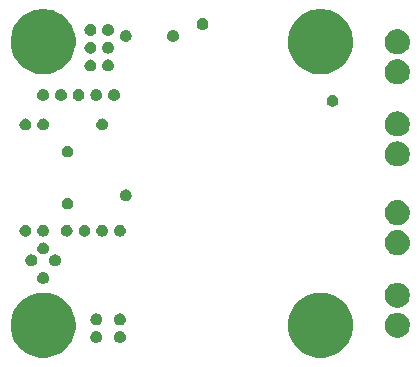
<source format=gbr>
G04 #@! TF.GenerationSoftware,KiCad,Pcbnew,(5.1.4)-1*
G04 #@! TF.CreationDate,2019-10-26T12:02:25-04:00*
G04 #@! TF.ProjectId,solar_NiMH_emulation,736f6c61-725f-44e6-994d-485f656d756c,rev?*
G04 #@! TF.SameCoordinates,Original*
G04 #@! TF.FileFunction,Soldermask,Bot*
G04 #@! TF.FilePolarity,Negative*
%FSLAX46Y46*%
G04 Gerber Fmt 4.6, Leading zero omitted, Abs format (unit mm)*
G04 Created by KiCad (PCBNEW (5.1.4)-1) date 2019-10-26 12:02:25*
%MOMM*%
%LPD*%
G04 APERTURE LIST*
%ADD10C,0.100000*%
G04 APERTURE END LIST*
D10*
G36*
X142036694Y-114301860D02*
G01*
X142302437Y-114354719D01*
X142803087Y-114562095D01*
X142983561Y-114682684D01*
X143253660Y-114863158D01*
X143636842Y-115246340D01*
X143739678Y-115400246D01*
X143937905Y-115696913D01*
X144145281Y-116197563D01*
X144170362Y-116323654D01*
X144234508Y-116646136D01*
X144251000Y-116729050D01*
X144251000Y-117270950D01*
X144145281Y-117802437D01*
X143937905Y-118303087D01*
X143880398Y-118389152D01*
X143636842Y-118753660D01*
X143253660Y-119136842D01*
X142983561Y-119317316D01*
X142803087Y-119437905D01*
X142302437Y-119645281D01*
X142036694Y-119698140D01*
X141770951Y-119751000D01*
X141229049Y-119751000D01*
X140963306Y-119698140D01*
X140697563Y-119645281D01*
X140196913Y-119437905D01*
X140016439Y-119317316D01*
X139746340Y-119136842D01*
X139363158Y-118753660D01*
X139119602Y-118389152D01*
X139062095Y-118303087D01*
X138854719Y-117802437D01*
X138749000Y-117270950D01*
X138749000Y-116729050D01*
X138765493Y-116646136D01*
X138829638Y-116323654D01*
X138854719Y-116197563D01*
X139062095Y-115696913D01*
X139260322Y-115400246D01*
X139363158Y-115246340D01*
X139746340Y-114863158D01*
X140016439Y-114682684D01*
X140196913Y-114562095D01*
X140697563Y-114354719D01*
X140963306Y-114301860D01*
X141229049Y-114249000D01*
X141770951Y-114249000D01*
X142036694Y-114301860D01*
X142036694Y-114301860D01*
G37*
G36*
X118536694Y-114301860D02*
G01*
X118802437Y-114354719D01*
X119303087Y-114562095D01*
X119483561Y-114682684D01*
X119753660Y-114863158D01*
X120136842Y-115246340D01*
X120239678Y-115400246D01*
X120437905Y-115696913D01*
X120645281Y-116197563D01*
X120670362Y-116323654D01*
X120734508Y-116646136D01*
X120751000Y-116729050D01*
X120751000Y-117270950D01*
X120645281Y-117802437D01*
X120437905Y-118303087D01*
X120380398Y-118389152D01*
X120136842Y-118753660D01*
X119753660Y-119136842D01*
X119483561Y-119317316D01*
X119303087Y-119437905D01*
X118802437Y-119645281D01*
X118536694Y-119698140D01*
X118270951Y-119751000D01*
X117729049Y-119751000D01*
X117463306Y-119698140D01*
X117197563Y-119645281D01*
X116696913Y-119437905D01*
X116516439Y-119317316D01*
X116246340Y-119136842D01*
X115863158Y-118753660D01*
X115619602Y-118389152D01*
X115562095Y-118303087D01*
X115354719Y-117802437D01*
X115249000Y-117270950D01*
X115249000Y-116729050D01*
X115265493Y-116646136D01*
X115329638Y-116323654D01*
X115354719Y-116197563D01*
X115562095Y-115696913D01*
X115760322Y-115400246D01*
X115863158Y-115246340D01*
X116246340Y-114863158D01*
X116516439Y-114682684D01*
X116696913Y-114562095D01*
X117197563Y-114354719D01*
X117463306Y-114301860D01*
X117729049Y-114249000D01*
X118270951Y-114249000D01*
X118536694Y-114301860D01*
X118536694Y-114301860D01*
G37*
G36*
X122567302Y-117502572D02*
G01*
X122646136Y-117518253D01*
X122683902Y-117533896D01*
X122737311Y-117556019D01*
X122737312Y-117556020D01*
X122819369Y-117610848D01*
X122889152Y-117680631D01*
X122889153Y-117680633D01*
X122943981Y-117762689D01*
X122981747Y-117853865D01*
X123001000Y-117950655D01*
X123001000Y-118049345D01*
X122981747Y-118146135D01*
X122943981Y-118237311D01*
X122943980Y-118237312D01*
X122889152Y-118319369D01*
X122819369Y-118389152D01*
X122778062Y-118416752D01*
X122737311Y-118443981D01*
X122683902Y-118466104D01*
X122646136Y-118481747D01*
X122597740Y-118491374D01*
X122549345Y-118501000D01*
X122450655Y-118501000D01*
X122402260Y-118491374D01*
X122353864Y-118481747D01*
X122316098Y-118466104D01*
X122262689Y-118443981D01*
X122221938Y-118416752D01*
X122180631Y-118389152D01*
X122110848Y-118319369D01*
X122056020Y-118237312D01*
X122056019Y-118237311D01*
X122018253Y-118146135D01*
X121999000Y-118049345D01*
X121999000Y-117950655D01*
X122018253Y-117853865D01*
X122056019Y-117762689D01*
X122110847Y-117680633D01*
X122110848Y-117680631D01*
X122180631Y-117610848D01*
X122262688Y-117556020D01*
X122262689Y-117556019D01*
X122316098Y-117533896D01*
X122353864Y-117518253D01*
X122432698Y-117502572D01*
X122450655Y-117499000D01*
X122549345Y-117499000D01*
X122567302Y-117502572D01*
X122567302Y-117502572D01*
G37*
G36*
X124567302Y-117502572D02*
G01*
X124646136Y-117518253D01*
X124683902Y-117533896D01*
X124737311Y-117556019D01*
X124737312Y-117556020D01*
X124819369Y-117610848D01*
X124889152Y-117680631D01*
X124889153Y-117680633D01*
X124943981Y-117762689D01*
X124981747Y-117853865D01*
X125001000Y-117950655D01*
X125001000Y-118049345D01*
X124981747Y-118146135D01*
X124943981Y-118237311D01*
X124943980Y-118237312D01*
X124889152Y-118319369D01*
X124819369Y-118389152D01*
X124778062Y-118416752D01*
X124737311Y-118443981D01*
X124683902Y-118466104D01*
X124646136Y-118481747D01*
X124597740Y-118491374D01*
X124549345Y-118501000D01*
X124450655Y-118501000D01*
X124402260Y-118491374D01*
X124353864Y-118481747D01*
X124316098Y-118466104D01*
X124262689Y-118443981D01*
X124221938Y-118416752D01*
X124180631Y-118389152D01*
X124110848Y-118319369D01*
X124056020Y-118237312D01*
X124056019Y-118237311D01*
X124018253Y-118146135D01*
X123999000Y-118049345D01*
X123999000Y-117950655D01*
X124018253Y-117853865D01*
X124056019Y-117762689D01*
X124110847Y-117680633D01*
X124110848Y-117680631D01*
X124180631Y-117610848D01*
X124262688Y-117556020D01*
X124262689Y-117556019D01*
X124316098Y-117533896D01*
X124353864Y-117518253D01*
X124432698Y-117502572D01*
X124450655Y-117499000D01*
X124549345Y-117499000D01*
X124567302Y-117502572D01*
X124567302Y-117502572D01*
G37*
G36*
X148241154Y-115966182D02*
G01*
X148309482Y-115979773D01*
X148402380Y-116018253D01*
X148502573Y-116059754D01*
X148676346Y-116175865D01*
X148824135Y-116323654D01*
X148940246Y-116497427D01*
X148961751Y-116549345D01*
X149020227Y-116690518D01*
X149029535Y-116737312D01*
X149061000Y-116895499D01*
X149061000Y-117104501D01*
X149020227Y-117309481D01*
X148940246Y-117502573D01*
X148824135Y-117676346D01*
X148676346Y-117824135D01*
X148502573Y-117940246D01*
X148406027Y-117980237D01*
X148309482Y-118020227D01*
X148241154Y-118033818D01*
X148104501Y-118061000D01*
X147895499Y-118061000D01*
X147758846Y-118033818D01*
X147690518Y-118020227D01*
X147593973Y-117980237D01*
X147497427Y-117940246D01*
X147323654Y-117824135D01*
X147175865Y-117676346D01*
X147059754Y-117502573D01*
X146979773Y-117309481D01*
X146939000Y-117104501D01*
X146939000Y-116895499D01*
X146970465Y-116737312D01*
X146979773Y-116690518D01*
X147038249Y-116549345D01*
X147059754Y-116497427D01*
X147175865Y-116323654D01*
X147323654Y-116175865D01*
X147497427Y-116059754D01*
X147597620Y-116018253D01*
X147690518Y-115979773D01*
X147758846Y-115966182D01*
X147895499Y-115939000D01*
X148104501Y-115939000D01*
X148241154Y-115966182D01*
X148241154Y-115966182D01*
G37*
G36*
X124597740Y-116008627D02*
G01*
X124646136Y-116018253D01*
X124683902Y-116033896D01*
X124737311Y-116056019D01*
X124778062Y-116083248D01*
X124819369Y-116110848D01*
X124889152Y-116180631D01*
X124889153Y-116180633D01*
X124943981Y-116262689D01*
X124966104Y-116316098D01*
X124969233Y-116323652D01*
X124981747Y-116353865D01*
X125001000Y-116450655D01*
X125001000Y-116549345D01*
X124981747Y-116646135D01*
X124943981Y-116737311D01*
X124943980Y-116737312D01*
X124889152Y-116819369D01*
X124819369Y-116889152D01*
X124809870Y-116895499D01*
X124737311Y-116943981D01*
X124683902Y-116966104D01*
X124646136Y-116981747D01*
X124597740Y-116991374D01*
X124549345Y-117001000D01*
X124450655Y-117001000D01*
X124402260Y-116991374D01*
X124353864Y-116981747D01*
X124316098Y-116966104D01*
X124262689Y-116943981D01*
X124190130Y-116895499D01*
X124180631Y-116889152D01*
X124110848Y-116819369D01*
X124056020Y-116737312D01*
X124056019Y-116737311D01*
X124018253Y-116646135D01*
X123999000Y-116549345D01*
X123999000Y-116450655D01*
X124018253Y-116353865D01*
X124030768Y-116323652D01*
X124033896Y-116316098D01*
X124056019Y-116262689D01*
X124110847Y-116180633D01*
X124110848Y-116180631D01*
X124180631Y-116110848D01*
X124221938Y-116083248D01*
X124262689Y-116056019D01*
X124316098Y-116033896D01*
X124353864Y-116018253D01*
X124402260Y-116008627D01*
X124450655Y-115999000D01*
X124549345Y-115999000D01*
X124597740Y-116008627D01*
X124597740Y-116008627D01*
G37*
G36*
X122597740Y-116008627D02*
G01*
X122646136Y-116018253D01*
X122683902Y-116033896D01*
X122737311Y-116056019D01*
X122778062Y-116083248D01*
X122819369Y-116110848D01*
X122889152Y-116180631D01*
X122889153Y-116180633D01*
X122943981Y-116262689D01*
X122966104Y-116316098D01*
X122969233Y-116323652D01*
X122981747Y-116353865D01*
X123001000Y-116450655D01*
X123001000Y-116549345D01*
X122981747Y-116646135D01*
X122943981Y-116737311D01*
X122943980Y-116737312D01*
X122889152Y-116819369D01*
X122819369Y-116889152D01*
X122809870Y-116895499D01*
X122737311Y-116943981D01*
X122683902Y-116966104D01*
X122646136Y-116981747D01*
X122597740Y-116991374D01*
X122549345Y-117001000D01*
X122450655Y-117001000D01*
X122402260Y-116991374D01*
X122353864Y-116981747D01*
X122316098Y-116966104D01*
X122262689Y-116943981D01*
X122190130Y-116895499D01*
X122180631Y-116889152D01*
X122110848Y-116819369D01*
X122056020Y-116737312D01*
X122056019Y-116737311D01*
X122018253Y-116646135D01*
X121999000Y-116549345D01*
X121999000Y-116450655D01*
X122018253Y-116353865D01*
X122030768Y-116323652D01*
X122033896Y-116316098D01*
X122056019Y-116262689D01*
X122110847Y-116180633D01*
X122110848Y-116180631D01*
X122180631Y-116110848D01*
X122221938Y-116083248D01*
X122262689Y-116056019D01*
X122316098Y-116033896D01*
X122353864Y-116018253D01*
X122402260Y-116008627D01*
X122450655Y-115999000D01*
X122549345Y-115999000D01*
X122597740Y-116008627D01*
X122597740Y-116008627D01*
G37*
G36*
X148241154Y-113426182D02*
G01*
X148309482Y-113439773D01*
X148406027Y-113479763D01*
X148502573Y-113519754D01*
X148676346Y-113635865D01*
X148824135Y-113783654D01*
X148940246Y-113957427D01*
X149020227Y-114150519D01*
X149061000Y-114355499D01*
X149061000Y-114564501D01*
X149020227Y-114769481D01*
X148940246Y-114962573D01*
X148824135Y-115136346D01*
X148676346Y-115284135D01*
X148502573Y-115400246D01*
X148406027Y-115440236D01*
X148309482Y-115480227D01*
X148241154Y-115493818D01*
X148104501Y-115521000D01*
X147895499Y-115521000D01*
X147758846Y-115493818D01*
X147690518Y-115480227D01*
X147593973Y-115440236D01*
X147497427Y-115400246D01*
X147323654Y-115284135D01*
X147175865Y-115136346D01*
X147059754Y-114962573D01*
X146979773Y-114769481D01*
X146939000Y-114564501D01*
X146939000Y-114355499D01*
X146979773Y-114150519D01*
X147059754Y-113957427D01*
X147175865Y-113783654D01*
X147323654Y-113635865D01*
X147497427Y-113519754D01*
X147593973Y-113479763D01*
X147690518Y-113439773D01*
X147758846Y-113426182D01*
X147895499Y-113399000D01*
X148104501Y-113399000D01*
X148241154Y-113426182D01*
X148241154Y-113426182D01*
G37*
G36*
X118097740Y-112508627D02*
G01*
X118146136Y-112518253D01*
X118183902Y-112533896D01*
X118237311Y-112556019D01*
X118237312Y-112556020D01*
X118319369Y-112610848D01*
X118389152Y-112680631D01*
X118389153Y-112680633D01*
X118443981Y-112762689D01*
X118481747Y-112853865D01*
X118501000Y-112950655D01*
X118501000Y-113049345D01*
X118481747Y-113146135D01*
X118443981Y-113237311D01*
X118443980Y-113237312D01*
X118389152Y-113319369D01*
X118319369Y-113389152D01*
X118304630Y-113399000D01*
X118237311Y-113443981D01*
X118183902Y-113466104D01*
X118146136Y-113481747D01*
X118097740Y-113491373D01*
X118049345Y-113501000D01*
X117950655Y-113501000D01*
X117902260Y-113491373D01*
X117853864Y-113481747D01*
X117816098Y-113466104D01*
X117762689Y-113443981D01*
X117695370Y-113399000D01*
X117680631Y-113389152D01*
X117610848Y-113319369D01*
X117556020Y-113237312D01*
X117556019Y-113237311D01*
X117518253Y-113146135D01*
X117499000Y-113049345D01*
X117499000Y-112950655D01*
X117518253Y-112853865D01*
X117556019Y-112762689D01*
X117610847Y-112680633D01*
X117610848Y-112680631D01*
X117680631Y-112610848D01*
X117762688Y-112556020D01*
X117762689Y-112556019D01*
X117816098Y-112533896D01*
X117853864Y-112518253D01*
X117902260Y-112508627D01*
X117950655Y-112499000D01*
X118049345Y-112499000D01*
X118097740Y-112508627D01*
X118097740Y-112508627D01*
G37*
G36*
X119097740Y-111008626D02*
G01*
X119146136Y-111018253D01*
X119183902Y-111033896D01*
X119237311Y-111056019D01*
X119278062Y-111083248D01*
X119319369Y-111110848D01*
X119389152Y-111180631D01*
X119389153Y-111180633D01*
X119443981Y-111262689D01*
X119481747Y-111353865D01*
X119501000Y-111450655D01*
X119501000Y-111549345D01*
X119481747Y-111646135D01*
X119443981Y-111737311D01*
X119443980Y-111737312D01*
X119389152Y-111819369D01*
X119319369Y-111889152D01*
X119278062Y-111916752D01*
X119237311Y-111943981D01*
X119183902Y-111966104D01*
X119146136Y-111981747D01*
X119097740Y-111991373D01*
X119049345Y-112001000D01*
X118950655Y-112001000D01*
X118902260Y-111991373D01*
X118853864Y-111981747D01*
X118816098Y-111966104D01*
X118762689Y-111943981D01*
X118721938Y-111916752D01*
X118680631Y-111889152D01*
X118610848Y-111819369D01*
X118556020Y-111737312D01*
X118556019Y-111737311D01*
X118518253Y-111646135D01*
X118499000Y-111549345D01*
X118499000Y-111450655D01*
X118518253Y-111353865D01*
X118556019Y-111262689D01*
X118610847Y-111180633D01*
X118610848Y-111180631D01*
X118680631Y-111110848D01*
X118721938Y-111083248D01*
X118762689Y-111056019D01*
X118816098Y-111033896D01*
X118853864Y-111018253D01*
X118902260Y-111008626D01*
X118950655Y-110999000D01*
X119049345Y-110999000D01*
X119097740Y-111008626D01*
X119097740Y-111008626D01*
G37*
G36*
X117097740Y-111008626D02*
G01*
X117146136Y-111018253D01*
X117183902Y-111033896D01*
X117237311Y-111056019D01*
X117278062Y-111083248D01*
X117319369Y-111110848D01*
X117389152Y-111180631D01*
X117389153Y-111180633D01*
X117443981Y-111262689D01*
X117481747Y-111353865D01*
X117501000Y-111450655D01*
X117501000Y-111549345D01*
X117481747Y-111646135D01*
X117443981Y-111737311D01*
X117443980Y-111737312D01*
X117389152Y-111819369D01*
X117319369Y-111889152D01*
X117278062Y-111916752D01*
X117237311Y-111943981D01*
X117183902Y-111966104D01*
X117146136Y-111981747D01*
X117097740Y-111991373D01*
X117049345Y-112001000D01*
X116950655Y-112001000D01*
X116902260Y-111991373D01*
X116853864Y-111981747D01*
X116816098Y-111966104D01*
X116762689Y-111943981D01*
X116721938Y-111916752D01*
X116680631Y-111889152D01*
X116610848Y-111819369D01*
X116556020Y-111737312D01*
X116556019Y-111737311D01*
X116518253Y-111646135D01*
X116499000Y-111549345D01*
X116499000Y-111450655D01*
X116518253Y-111353865D01*
X116556019Y-111262689D01*
X116610847Y-111180633D01*
X116610848Y-111180631D01*
X116680631Y-111110848D01*
X116721938Y-111083248D01*
X116762689Y-111056019D01*
X116816098Y-111033896D01*
X116853864Y-111018253D01*
X116902260Y-111008626D01*
X116950655Y-110999000D01*
X117049345Y-110999000D01*
X117097740Y-111008626D01*
X117097740Y-111008626D01*
G37*
G36*
X148241154Y-108966182D02*
G01*
X148309482Y-108979773D01*
X148406027Y-109019763D01*
X148502573Y-109059754D01*
X148676346Y-109175865D01*
X148824135Y-109323654D01*
X148940246Y-109497427D01*
X149020227Y-109690519D01*
X149061000Y-109895499D01*
X149061000Y-110104501D01*
X149045857Y-110180631D01*
X149029535Y-110262689D01*
X149020227Y-110309481D01*
X148940246Y-110502573D01*
X148824135Y-110676346D01*
X148676346Y-110824135D01*
X148502573Y-110940246D01*
X148406027Y-110980237D01*
X148309482Y-111020227D01*
X148241154Y-111033818D01*
X148104501Y-111061000D01*
X147895499Y-111061000D01*
X147758846Y-111033818D01*
X147690518Y-111020227D01*
X147593973Y-110980237D01*
X147497427Y-110940246D01*
X147323654Y-110824135D01*
X147175865Y-110676346D01*
X147059754Y-110502573D01*
X146979773Y-110309481D01*
X146970466Y-110262689D01*
X146954143Y-110180631D01*
X146939000Y-110104501D01*
X146939000Y-109895499D01*
X146979773Y-109690519D01*
X147059754Y-109497427D01*
X147175865Y-109323654D01*
X147323654Y-109175865D01*
X147497427Y-109059754D01*
X147593973Y-109019763D01*
X147690518Y-108979773D01*
X147758846Y-108966182D01*
X147895499Y-108939000D01*
X148104501Y-108939000D01*
X148241154Y-108966182D01*
X148241154Y-108966182D01*
G37*
G36*
X118097740Y-110008626D02*
G01*
X118146136Y-110018253D01*
X118183902Y-110033896D01*
X118237311Y-110056019D01*
X118237312Y-110056020D01*
X118319369Y-110110848D01*
X118389152Y-110180631D01*
X118389153Y-110180633D01*
X118443981Y-110262689D01*
X118463363Y-110309481D01*
X118481747Y-110353864D01*
X118501000Y-110450656D01*
X118501000Y-110549344D01*
X118481747Y-110646136D01*
X118466104Y-110683902D01*
X118443981Y-110737311D01*
X118443980Y-110737312D01*
X118389152Y-110819369D01*
X118319369Y-110889152D01*
X118278062Y-110916752D01*
X118237311Y-110943981D01*
X118183902Y-110966104D01*
X118146136Y-110981747D01*
X118097740Y-110991373D01*
X118049345Y-111001000D01*
X117950655Y-111001000D01*
X117902260Y-110991373D01*
X117853864Y-110981747D01*
X117816098Y-110966104D01*
X117762689Y-110943981D01*
X117721938Y-110916752D01*
X117680631Y-110889152D01*
X117610848Y-110819369D01*
X117556020Y-110737312D01*
X117556019Y-110737311D01*
X117533896Y-110683902D01*
X117518253Y-110646136D01*
X117499000Y-110549344D01*
X117499000Y-110450656D01*
X117518253Y-110353864D01*
X117536637Y-110309481D01*
X117556019Y-110262689D01*
X117610847Y-110180633D01*
X117610848Y-110180631D01*
X117680631Y-110110848D01*
X117762688Y-110056020D01*
X117762689Y-110056019D01*
X117816098Y-110033896D01*
X117853864Y-110018253D01*
X117902260Y-110008626D01*
X117950655Y-109999000D01*
X118049345Y-109999000D01*
X118097740Y-110008626D01*
X118097740Y-110008626D01*
G37*
G36*
X123097740Y-108508626D02*
G01*
X123146136Y-108518253D01*
X123183902Y-108533896D01*
X123237311Y-108556019D01*
X123237312Y-108556020D01*
X123319369Y-108610848D01*
X123389152Y-108680631D01*
X123389153Y-108680633D01*
X123443981Y-108762689D01*
X123481747Y-108853865D01*
X123501000Y-108950655D01*
X123501000Y-109049345D01*
X123481747Y-109146135D01*
X123443981Y-109237311D01*
X123443980Y-109237312D01*
X123389152Y-109319369D01*
X123319369Y-109389152D01*
X123278062Y-109416752D01*
X123237311Y-109443981D01*
X123183902Y-109466104D01*
X123146136Y-109481747D01*
X123097740Y-109491374D01*
X123049345Y-109501000D01*
X122950655Y-109501000D01*
X122902260Y-109491374D01*
X122853864Y-109481747D01*
X122816098Y-109466104D01*
X122762689Y-109443981D01*
X122721938Y-109416752D01*
X122680631Y-109389152D01*
X122610848Y-109319369D01*
X122556020Y-109237312D01*
X122556019Y-109237311D01*
X122518253Y-109146135D01*
X122499000Y-109049345D01*
X122499000Y-108950655D01*
X122518253Y-108853865D01*
X122556019Y-108762689D01*
X122610847Y-108680633D01*
X122610848Y-108680631D01*
X122680631Y-108610848D01*
X122762688Y-108556020D01*
X122762689Y-108556019D01*
X122816098Y-108533896D01*
X122853864Y-108518253D01*
X122902260Y-108508626D01*
X122950655Y-108499000D01*
X123049345Y-108499000D01*
X123097740Y-108508626D01*
X123097740Y-108508626D01*
G37*
G36*
X118097740Y-108508626D02*
G01*
X118146136Y-108518253D01*
X118183902Y-108533896D01*
X118237311Y-108556019D01*
X118237312Y-108556020D01*
X118319369Y-108610848D01*
X118389152Y-108680631D01*
X118389153Y-108680633D01*
X118443981Y-108762689D01*
X118481747Y-108853865D01*
X118501000Y-108950655D01*
X118501000Y-109049345D01*
X118481747Y-109146135D01*
X118443981Y-109237311D01*
X118443980Y-109237312D01*
X118389152Y-109319369D01*
X118319369Y-109389152D01*
X118278062Y-109416752D01*
X118237311Y-109443981D01*
X118183902Y-109466104D01*
X118146136Y-109481747D01*
X118097740Y-109491374D01*
X118049345Y-109501000D01*
X117950655Y-109501000D01*
X117902260Y-109491374D01*
X117853864Y-109481747D01*
X117816098Y-109466104D01*
X117762689Y-109443981D01*
X117721938Y-109416752D01*
X117680631Y-109389152D01*
X117610848Y-109319369D01*
X117556020Y-109237312D01*
X117556019Y-109237311D01*
X117518253Y-109146135D01*
X117499000Y-109049345D01*
X117499000Y-108950655D01*
X117518253Y-108853865D01*
X117556019Y-108762689D01*
X117610847Y-108680633D01*
X117610848Y-108680631D01*
X117680631Y-108610848D01*
X117762688Y-108556020D01*
X117762689Y-108556019D01*
X117816098Y-108533896D01*
X117853864Y-108518253D01*
X117902260Y-108508626D01*
X117950655Y-108499000D01*
X118049345Y-108499000D01*
X118097740Y-108508626D01*
X118097740Y-108508626D01*
G37*
G36*
X124597740Y-108508626D02*
G01*
X124646136Y-108518253D01*
X124683902Y-108533896D01*
X124737311Y-108556019D01*
X124737312Y-108556020D01*
X124819369Y-108610848D01*
X124889152Y-108680631D01*
X124889153Y-108680633D01*
X124943981Y-108762689D01*
X124981747Y-108853865D01*
X125001000Y-108950655D01*
X125001000Y-109049345D01*
X124981747Y-109146135D01*
X124943981Y-109237311D01*
X124943980Y-109237312D01*
X124889152Y-109319369D01*
X124819369Y-109389152D01*
X124778062Y-109416752D01*
X124737311Y-109443981D01*
X124683902Y-109466104D01*
X124646136Y-109481747D01*
X124597740Y-109491374D01*
X124549345Y-109501000D01*
X124450655Y-109501000D01*
X124402260Y-109491374D01*
X124353864Y-109481747D01*
X124316098Y-109466104D01*
X124262689Y-109443981D01*
X124221938Y-109416752D01*
X124180631Y-109389152D01*
X124110848Y-109319369D01*
X124056020Y-109237312D01*
X124056019Y-109237311D01*
X124018253Y-109146135D01*
X123999000Y-109049345D01*
X123999000Y-108950655D01*
X124018253Y-108853865D01*
X124056019Y-108762689D01*
X124110847Y-108680633D01*
X124110848Y-108680631D01*
X124180631Y-108610848D01*
X124262688Y-108556020D01*
X124262689Y-108556019D01*
X124316098Y-108533896D01*
X124353864Y-108518253D01*
X124402260Y-108508626D01*
X124450655Y-108499000D01*
X124549345Y-108499000D01*
X124597740Y-108508626D01*
X124597740Y-108508626D01*
G37*
G36*
X120097740Y-108508626D02*
G01*
X120146136Y-108518253D01*
X120183902Y-108533896D01*
X120237311Y-108556019D01*
X120237312Y-108556020D01*
X120319369Y-108610848D01*
X120389152Y-108680631D01*
X120389153Y-108680633D01*
X120443981Y-108762689D01*
X120481747Y-108853865D01*
X120501000Y-108950655D01*
X120501000Y-109049345D01*
X120481747Y-109146135D01*
X120443981Y-109237311D01*
X120443980Y-109237312D01*
X120389152Y-109319369D01*
X120319369Y-109389152D01*
X120278062Y-109416752D01*
X120237311Y-109443981D01*
X120183902Y-109466104D01*
X120146136Y-109481747D01*
X120097740Y-109491374D01*
X120049345Y-109501000D01*
X119950655Y-109501000D01*
X119902260Y-109491374D01*
X119853864Y-109481747D01*
X119816098Y-109466104D01*
X119762689Y-109443981D01*
X119721938Y-109416752D01*
X119680631Y-109389152D01*
X119610848Y-109319369D01*
X119556020Y-109237312D01*
X119556019Y-109237311D01*
X119518253Y-109146135D01*
X119499000Y-109049345D01*
X119499000Y-108950655D01*
X119518253Y-108853865D01*
X119556019Y-108762689D01*
X119610847Y-108680633D01*
X119610848Y-108680631D01*
X119680631Y-108610848D01*
X119762688Y-108556020D01*
X119762689Y-108556019D01*
X119816098Y-108533896D01*
X119853864Y-108518253D01*
X119902260Y-108508626D01*
X119950655Y-108499000D01*
X120049345Y-108499000D01*
X120097740Y-108508626D01*
X120097740Y-108508626D01*
G37*
G36*
X121597740Y-108508626D02*
G01*
X121646136Y-108518253D01*
X121683902Y-108533896D01*
X121737311Y-108556019D01*
X121737312Y-108556020D01*
X121819369Y-108610848D01*
X121889152Y-108680631D01*
X121889153Y-108680633D01*
X121943981Y-108762689D01*
X121981747Y-108853865D01*
X122001000Y-108950655D01*
X122001000Y-109049345D01*
X121981747Y-109146135D01*
X121943981Y-109237311D01*
X121943980Y-109237312D01*
X121889152Y-109319369D01*
X121819369Y-109389152D01*
X121778062Y-109416752D01*
X121737311Y-109443981D01*
X121683902Y-109466104D01*
X121646136Y-109481747D01*
X121597740Y-109491374D01*
X121549345Y-109501000D01*
X121450655Y-109501000D01*
X121402260Y-109491374D01*
X121353864Y-109481747D01*
X121316098Y-109466104D01*
X121262689Y-109443981D01*
X121221938Y-109416752D01*
X121180631Y-109389152D01*
X121110848Y-109319369D01*
X121056020Y-109237312D01*
X121056019Y-109237311D01*
X121018253Y-109146135D01*
X120999000Y-109049345D01*
X120999000Y-108950655D01*
X121018253Y-108853865D01*
X121056019Y-108762689D01*
X121110847Y-108680633D01*
X121110848Y-108680631D01*
X121180631Y-108610848D01*
X121262688Y-108556020D01*
X121262689Y-108556019D01*
X121316098Y-108533896D01*
X121353864Y-108518253D01*
X121402260Y-108508626D01*
X121450655Y-108499000D01*
X121549345Y-108499000D01*
X121597740Y-108508626D01*
X121597740Y-108508626D01*
G37*
G36*
X116597740Y-108508626D02*
G01*
X116646136Y-108518253D01*
X116683902Y-108533896D01*
X116737311Y-108556019D01*
X116737312Y-108556020D01*
X116819369Y-108610848D01*
X116889152Y-108680631D01*
X116889153Y-108680633D01*
X116943981Y-108762689D01*
X116981747Y-108853865D01*
X117001000Y-108950655D01*
X117001000Y-109049345D01*
X116981747Y-109146135D01*
X116943981Y-109237311D01*
X116943980Y-109237312D01*
X116889152Y-109319369D01*
X116819369Y-109389152D01*
X116778062Y-109416752D01*
X116737311Y-109443981D01*
X116683902Y-109466104D01*
X116646136Y-109481747D01*
X116597740Y-109491374D01*
X116549345Y-109501000D01*
X116450655Y-109501000D01*
X116402260Y-109491374D01*
X116353864Y-109481747D01*
X116316098Y-109466104D01*
X116262689Y-109443981D01*
X116221938Y-109416752D01*
X116180631Y-109389152D01*
X116110848Y-109319369D01*
X116056020Y-109237312D01*
X116056019Y-109237311D01*
X116018253Y-109146135D01*
X115999000Y-109049345D01*
X115999000Y-108950655D01*
X116018253Y-108853865D01*
X116056019Y-108762689D01*
X116110847Y-108680633D01*
X116110848Y-108680631D01*
X116180631Y-108610848D01*
X116262688Y-108556020D01*
X116262689Y-108556019D01*
X116316098Y-108533896D01*
X116353864Y-108518253D01*
X116402260Y-108508626D01*
X116450655Y-108499000D01*
X116549345Y-108499000D01*
X116597740Y-108508626D01*
X116597740Y-108508626D01*
G37*
G36*
X148241154Y-106426182D02*
G01*
X148309482Y-106439773D01*
X148406027Y-106479763D01*
X148502573Y-106519754D01*
X148676346Y-106635865D01*
X148824135Y-106783654D01*
X148940246Y-106957427D01*
X148940246Y-106957428D01*
X149017519Y-107143980D01*
X149020227Y-107150519D01*
X149061000Y-107355499D01*
X149061000Y-107564501D01*
X149020227Y-107769481D01*
X148940246Y-107962573D01*
X148824135Y-108136346D01*
X148676346Y-108284135D01*
X148502573Y-108400246D01*
X148406027Y-108440237D01*
X148309482Y-108480227D01*
X148241154Y-108493818D01*
X148104501Y-108521000D01*
X147895499Y-108521000D01*
X147758846Y-108493818D01*
X147690518Y-108480227D01*
X147593973Y-108440237D01*
X147497427Y-108400246D01*
X147323654Y-108284135D01*
X147175865Y-108136346D01*
X147059754Y-107962573D01*
X146979773Y-107769481D01*
X146939000Y-107564501D01*
X146939000Y-107355499D01*
X146979773Y-107150519D01*
X146982482Y-107143980D01*
X147059754Y-106957428D01*
X147059754Y-106957427D01*
X147175865Y-106783654D01*
X147323654Y-106635865D01*
X147497427Y-106519754D01*
X147593973Y-106479763D01*
X147690518Y-106439773D01*
X147758846Y-106426182D01*
X147895499Y-106399000D01*
X148104501Y-106399000D01*
X148241154Y-106426182D01*
X148241154Y-106426182D01*
G37*
G36*
X120166741Y-106208626D02*
G01*
X120215137Y-106218253D01*
X120252903Y-106233896D01*
X120306312Y-106256019D01*
X120306313Y-106256020D01*
X120388370Y-106310848D01*
X120458153Y-106380631D01*
X120485753Y-106421938D01*
X120512982Y-106462689D01*
X120550748Y-106553865D01*
X120570001Y-106650655D01*
X120570001Y-106749345D01*
X120550748Y-106846135D01*
X120512982Y-106937311D01*
X120512981Y-106937312D01*
X120458153Y-107019369D01*
X120388370Y-107089152D01*
X120347063Y-107116752D01*
X120306312Y-107143981D01*
X120252903Y-107166104D01*
X120215137Y-107181747D01*
X120166741Y-107191374D01*
X120118346Y-107201000D01*
X120019656Y-107201000D01*
X119971261Y-107191374D01*
X119922865Y-107181747D01*
X119885099Y-107166104D01*
X119831690Y-107143981D01*
X119790939Y-107116752D01*
X119749632Y-107089152D01*
X119679849Y-107019369D01*
X119625021Y-106937312D01*
X119625020Y-106937311D01*
X119587254Y-106846135D01*
X119568001Y-106749345D01*
X119568001Y-106650655D01*
X119587254Y-106553865D01*
X119625020Y-106462689D01*
X119652249Y-106421938D01*
X119679849Y-106380631D01*
X119749632Y-106310848D01*
X119831689Y-106256020D01*
X119831690Y-106256019D01*
X119885099Y-106233896D01*
X119922865Y-106218253D01*
X119971261Y-106208626D01*
X120019656Y-106199000D01*
X120118346Y-106199000D01*
X120166741Y-106208626D01*
X120166741Y-106208626D01*
G37*
G36*
X125097740Y-105508626D02*
G01*
X125146136Y-105518253D01*
X125183902Y-105533896D01*
X125237311Y-105556019D01*
X125237312Y-105556020D01*
X125319369Y-105610848D01*
X125389152Y-105680631D01*
X125389153Y-105680633D01*
X125443981Y-105762689D01*
X125481747Y-105853865D01*
X125501000Y-105950655D01*
X125501000Y-106049345D01*
X125481747Y-106146135D01*
X125443981Y-106237311D01*
X125443980Y-106237312D01*
X125389152Y-106319369D01*
X125319369Y-106389152D01*
X125304630Y-106399000D01*
X125237311Y-106443981D01*
X125192148Y-106462688D01*
X125146136Y-106481747D01*
X125097740Y-106491374D01*
X125049345Y-106501000D01*
X124950655Y-106501000D01*
X124902260Y-106491373D01*
X124853864Y-106481747D01*
X124807852Y-106462688D01*
X124762689Y-106443981D01*
X124695370Y-106399000D01*
X124680631Y-106389152D01*
X124610848Y-106319369D01*
X124556020Y-106237312D01*
X124556019Y-106237311D01*
X124518253Y-106146135D01*
X124499000Y-106049345D01*
X124499000Y-105950655D01*
X124518253Y-105853865D01*
X124556019Y-105762689D01*
X124610847Y-105680633D01*
X124610848Y-105680631D01*
X124680631Y-105610848D01*
X124762688Y-105556020D01*
X124762689Y-105556019D01*
X124816098Y-105533896D01*
X124853864Y-105518253D01*
X124902260Y-105508626D01*
X124950655Y-105499000D01*
X125049345Y-105499000D01*
X125097740Y-105508626D01*
X125097740Y-105508626D01*
G37*
G36*
X148241154Y-101466182D02*
G01*
X148309482Y-101479773D01*
X148406027Y-101519764D01*
X148502573Y-101559754D01*
X148676346Y-101675865D01*
X148824135Y-101823654D01*
X148940246Y-101997427D01*
X148940246Y-101997428D01*
X149005045Y-102153865D01*
X149020227Y-102190519D01*
X149061000Y-102395499D01*
X149061000Y-102604501D01*
X149020227Y-102809481D01*
X148940246Y-103002573D01*
X148824135Y-103176346D01*
X148676346Y-103324135D01*
X148502573Y-103440246D01*
X148406027Y-103480236D01*
X148309482Y-103520227D01*
X148241154Y-103533818D01*
X148104501Y-103561000D01*
X147895499Y-103561000D01*
X147758846Y-103533818D01*
X147690518Y-103520227D01*
X147593973Y-103480236D01*
X147497427Y-103440246D01*
X147323654Y-103324135D01*
X147175865Y-103176346D01*
X147059754Y-103002573D01*
X146979773Y-102809481D01*
X146939000Y-102604501D01*
X146939000Y-102395499D01*
X146979773Y-102190519D01*
X146994956Y-102153865D01*
X147059754Y-101997428D01*
X147059754Y-101997427D01*
X147175865Y-101823654D01*
X147323654Y-101675865D01*
X147497427Y-101559754D01*
X147593973Y-101519764D01*
X147690518Y-101479773D01*
X147758846Y-101466182D01*
X147895499Y-101439000D01*
X148104501Y-101439000D01*
X148241154Y-101466182D01*
X148241154Y-101466182D01*
G37*
G36*
X120166741Y-101808627D02*
G01*
X120215137Y-101818253D01*
X120252903Y-101833896D01*
X120306312Y-101856019D01*
X120306313Y-101856020D01*
X120388370Y-101910848D01*
X120458153Y-101980631D01*
X120469376Y-101997428D01*
X120512982Y-102062689D01*
X120550748Y-102153865D01*
X120570001Y-102250655D01*
X120570001Y-102349345D01*
X120550748Y-102446135D01*
X120512982Y-102537311D01*
X120512981Y-102537312D01*
X120458153Y-102619369D01*
X120388370Y-102689152D01*
X120347063Y-102716752D01*
X120306312Y-102743981D01*
X120252903Y-102766104D01*
X120215137Y-102781747D01*
X120166741Y-102791373D01*
X120118346Y-102801000D01*
X120019656Y-102801000D01*
X119971261Y-102791373D01*
X119922865Y-102781747D01*
X119885099Y-102766104D01*
X119831690Y-102743981D01*
X119790939Y-102716752D01*
X119749632Y-102689152D01*
X119679849Y-102619369D01*
X119625021Y-102537312D01*
X119625020Y-102537311D01*
X119587254Y-102446135D01*
X119568001Y-102349345D01*
X119568001Y-102250655D01*
X119587254Y-102153865D01*
X119625020Y-102062689D01*
X119668626Y-101997428D01*
X119679849Y-101980631D01*
X119749632Y-101910848D01*
X119831689Y-101856020D01*
X119831690Y-101856019D01*
X119885099Y-101833896D01*
X119922865Y-101818253D01*
X119971261Y-101808627D01*
X120019656Y-101799000D01*
X120118346Y-101799000D01*
X120166741Y-101808627D01*
X120166741Y-101808627D01*
G37*
G36*
X148241154Y-98926182D02*
G01*
X148309482Y-98939773D01*
X148406027Y-98979764D01*
X148502573Y-99019754D01*
X148676346Y-99135865D01*
X148824135Y-99283654D01*
X148940246Y-99457427D01*
X148940246Y-99457428D01*
X149003795Y-99610847D01*
X149020227Y-99650519D01*
X149061000Y-99855499D01*
X149061000Y-100064501D01*
X149020227Y-100269481D01*
X148940246Y-100462573D01*
X148824135Y-100636346D01*
X148676346Y-100784135D01*
X148502573Y-100900246D01*
X148406027Y-100940237D01*
X148309482Y-100980227D01*
X148241154Y-100993818D01*
X148104501Y-101021000D01*
X147895499Y-101021000D01*
X147758846Y-100993818D01*
X147690518Y-100980227D01*
X147593973Y-100940236D01*
X147497427Y-100900246D01*
X147323654Y-100784135D01*
X147175865Y-100636346D01*
X147059754Y-100462573D01*
X146979773Y-100269481D01*
X146939000Y-100064501D01*
X146939000Y-99855499D01*
X146979773Y-99650519D01*
X146996206Y-99610847D01*
X147059754Y-99457428D01*
X147059754Y-99457427D01*
X147175865Y-99283654D01*
X147323654Y-99135865D01*
X147497427Y-99019754D01*
X147593973Y-98979764D01*
X147690518Y-98939773D01*
X147758846Y-98926182D01*
X147895499Y-98899000D01*
X148104501Y-98899000D01*
X148241154Y-98926182D01*
X148241154Y-98926182D01*
G37*
G36*
X123097740Y-99508627D02*
G01*
X123146136Y-99518253D01*
X123183902Y-99533896D01*
X123237311Y-99556019D01*
X123237312Y-99556020D01*
X123319369Y-99610848D01*
X123389152Y-99680631D01*
X123389153Y-99680633D01*
X123443981Y-99762689D01*
X123466104Y-99816098D01*
X123481747Y-99853864D01*
X123491374Y-99902260D01*
X123501000Y-99950655D01*
X123501000Y-100049345D01*
X123481747Y-100146135D01*
X123443981Y-100237311D01*
X123443980Y-100237312D01*
X123389152Y-100319369D01*
X123319369Y-100389152D01*
X123278062Y-100416752D01*
X123237311Y-100443981D01*
X123183902Y-100466104D01*
X123146136Y-100481747D01*
X123097740Y-100491373D01*
X123049345Y-100501000D01*
X122950655Y-100501000D01*
X122902260Y-100491373D01*
X122853864Y-100481747D01*
X122816098Y-100466104D01*
X122762689Y-100443981D01*
X122721938Y-100416752D01*
X122680631Y-100389152D01*
X122610848Y-100319369D01*
X122556020Y-100237312D01*
X122556019Y-100237311D01*
X122518253Y-100146135D01*
X122499000Y-100049345D01*
X122499000Y-99950655D01*
X122508626Y-99902260D01*
X122518253Y-99853864D01*
X122533896Y-99816098D01*
X122556019Y-99762689D01*
X122610847Y-99680633D01*
X122610848Y-99680631D01*
X122680631Y-99610848D01*
X122762688Y-99556020D01*
X122762689Y-99556019D01*
X122816098Y-99533896D01*
X122853864Y-99518253D01*
X122902260Y-99508627D01*
X122950655Y-99499000D01*
X123049345Y-99499000D01*
X123097740Y-99508627D01*
X123097740Y-99508627D01*
G37*
G36*
X116597740Y-99508627D02*
G01*
X116646136Y-99518253D01*
X116683902Y-99533896D01*
X116737311Y-99556019D01*
X116737312Y-99556020D01*
X116819369Y-99610848D01*
X116889152Y-99680631D01*
X116889153Y-99680633D01*
X116943981Y-99762689D01*
X116966104Y-99816098D01*
X116981747Y-99853864D01*
X116991374Y-99902260D01*
X117001000Y-99950655D01*
X117001000Y-100049345D01*
X116981747Y-100146135D01*
X116943981Y-100237311D01*
X116943980Y-100237312D01*
X116889152Y-100319369D01*
X116819369Y-100389152D01*
X116778062Y-100416752D01*
X116737311Y-100443981D01*
X116683902Y-100466104D01*
X116646136Y-100481747D01*
X116597740Y-100491373D01*
X116549345Y-100501000D01*
X116450655Y-100501000D01*
X116402260Y-100491373D01*
X116353864Y-100481747D01*
X116316098Y-100466104D01*
X116262689Y-100443981D01*
X116221938Y-100416752D01*
X116180631Y-100389152D01*
X116110848Y-100319369D01*
X116056020Y-100237312D01*
X116056019Y-100237311D01*
X116018253Y-100146135D01*
X115999000Y-100049345D01*
X115999000Y-99950655D01*
X116008626Y-99902260D01*
X116018253Y-99853864D01*
X116033896Y-99816098D01*
X116056019Y-99762689D01*
X116110847Y-99680633D01*
X116110848Y-99680631D01*
X116180631Y-99610848D01*
X116262688Y-99556020D01*
X116262689Y-99556019D01*
X116316098Y-99533896D01*
X116353864Y-99518253D01*
X116402260Y-99508627D01*
X116450655Y-99499000D01*
X116549345Y-99499000D01*
X116597740Y-99508627D01*
X116597740Y-99508627D01*
G37*
G36*
X118097740Y-99508627D02*
G01*
X118146136Y-99518253D01*
X118183902Y-99533896D01*
X118237311Y-99556019D01*
X118237312Y-99556020D01*
X118319369Y-99610848D01*
X118389152Y-99680631D01*
X118389153Y-99680633D01*
X118443981Y-99762689D01*
X118466104Y-99816098D01*
X118481747Y-99853864D01*
X118491374Y-99902260D01*
X118501000Y-99950655D01*
X118501000Y-100049345D01*
X118481747Y-100146135D01*
X118443981Y-100237311D01*
X118443980Y-100237312D01*
X118389152Y-100319369D01*
X118319369Y-100389152D01*
X118278062Y-100416752D01*
X118237311Y-100443981D01*
X118183902Y-100466104D01*
X118146136Y-100481747D01*
X118097740Y-100491373D01*
X118049345Y-100501000D01*
X117950655Y-100501000D01*
X117902260Y-100491373D01*
X117853864Y-100481747D01*
X117816098Y-100466104D01*
X117762689Y-100443981D01*
X117721938Y-100416752D01*
X117680631Y-100389152D01*
X117610848Y-100319369D01*
X117556020Y-100237312D01*
X117556019Y-100237311D01*
X117518253Y-100146135D01*
X117499000Y-100049345D01*
X117499000Y-99950655D01*
X117508626Y-99902260D01*
X117518253Y-99853864D01*
X117533896Y-99816098D01*
X117556019Y-99762689D01*
X117610847Y-99680633D01*
X117610848Y-99680631D01*
X117680631Y-99610848D01*
X117762688Y-99556020D01*
X117762689Y-99556019D01*
X117816098Y-99533896D01*
X117853864Y-99518253D01*
X117902260Y-99508627D01*
X117950655Y-99499000D01*
X118049345Y-99499000D01*
X118097740Y-99508627D01*
X118097740Y-99508627D01*
G37*
G36*
X142597740Y-97508626D02*
G01*
X142646136Y-97518253D01*
X142683902Y-97533896D01*
X142737311Y-97556019D01*
X142737312Y-97556020D01*
X142819369Y-97610848D01*
X142889152Y-97680631D01*
X142889153Y-97680633D01*
X142943981Y-97762689D01*
X142981747Y-97853865D01*
X143001000Y-97950655D01*
X143001000Y-98049345D01*
X142981747Y-98146135D01*
X142943981Y-98237311D01*
X142943980Y-98237312D01*
X142889152Y-98319369D01*
X142819369Y-98389152D01*
X142778062Y-98416752D01*
X142737311Y-98443981D01*
X142683902Y-98466104D01*
X142646136Y-98481747D01*
X142597740Y-98491374D01*
X142549345Y-98501000D01*
X142450655Y-98501000D01*
X142402260Y-98491373D01*
X142353864Y-98481747D01*
X142316098Y-98466104D01*
X142262689Y-98443981D01*
X142221938Y-98416752D01*
X142180631Y-98389152D01*
X142110848Y-98319369D01*
X142056020Y-98237312D01*
X142056019Y-98237311D01*
X142018253Y-98146135D01*
X141999000Y-98049345D01*
X141999000Y-97950655D01*
X142018253Y-97853865D01*
X142056019Y-97762689D01*
X142110847Y-97680633D01*
X142110848Y-97680631D01*
X142180631Y-97610848D01*
X142262688Y-97556020D01*
X142262689Y-97556019D01*
X142316098Y-97533896D01*
X142353864Y-97518253D01*
X142402260Y-97508626D01*
X142450655Y-97499000D01*
X142549345Y-97499000D01*
X142597740Y-97508626D01*
X142597740Y-97508626D01*
G37*
G36*
X121097740Y-97008626D02*
G01*
X121146136Y-97018253D01*
X121183902Y-97033896D01*
X121237311Y-97056019D01*
X121237312Y-97056020D01*
X121319369Y-97110848D01*
X121389152Y-97180631D01*
X121389153Y-97180633D01*
X121443981Y-97262689D01*
X121481747Y-97353865D01*
X121501000Y-97450655D01*
X121501000Y-97549345D01*
X121481747Y-97646135D01*
X121443981Y-97737311D01*
X121443980Y-97737312D01*
X121389152Y-97819369D01*
X121319369Y-97889152D01*
X121278062Y-97916752D01*
X121237311Y-97943981D01*
X121183902Y-97966104D01*
X121146136Y-97981747D01*
X121097740Y-97991374D01*
X121049345Y-98001000D01*
X120950655Y-98001000D01*
X120902260Y-97991373D01*
X120853864Y-97981747D01*
X120816098Y-97966104D01*
X120762689Y-97943981D01*
X120721938Y-97916752D01*
X120680631Y-97889152D01*
X120610848Y-97819369D01*
X120556020Y-97737312D01*
X120556019Y-97737311D01*
X120518253Y-97646135D01*
X120499000Y-97549345D01*
X120499000Y-97450655D01*
X120518253Y-97353865D01*
X120556019Y-97262689D01*
X120610847Y-97180633D01*
X120610848Y-97180631D01*
X120680631Y-97110848D01*
X120762688Y-97056020D01*
X120762689Y-97056019D01*
X120816098Y-97033896D01*
X120853864Y-97018253D01*
X120902260Y-97008626D01*
X120950655Y-96999000D01*
X121049345Y-96999000D01*
X121097740Y-97008626D01*
X121097740Y-97008626D01*
G37*
G36*
X124097740Y-97008626D02*
G01*
X124146136Y-97018253D01*
X124183902Y-97033896D01*
X124237311Y-97056019D01*
X124237312Y-97056020D01*
X124319369Y-97110848D01*
X124389152Y-97180631D01*
X124389153Y-97180633D01*
X124443981Y-97262689D01*
X124481747Y-97353865D01*
X124501000Y-97450655D01*
X124501000Y-97549345D01*
X124481747Y-97646135D01*
X124443981Y-97737311D01*
X124443980Y-97737312D01*
X124389152Y-97819369D01*
X124319369Y-97889152D01*
X124278062Y-97916752D01*
X124237311Y-97943981D01*
X124183902Y-97966104D01*
X124146136Y-97981747D01*
X124097740Y-97991374D01*
X124049345Y-98001000D01*
X123950655Y-98001000D01*
X123902260Y-97991373D01*
X123853864Y-97981747D01*
X123816098Y-97966104D01*
X123762689Y-97943981D01*
X123721938Y-97916752D01*
X123680631Y-97889152D01*
X123610848Y-97819369D01*
X123556020Y-97737312D01*
X123556019Y-97737311D01*
X123518253Y-97646135D01*
X123499000Y-97549345D01*
X123499000Y-97450655D01*
X123518253Y-97353865D01*
X123556019Y-97262689D01*
X123610847Y-97180633D01*
X123610848Y-97180631D01*
X123680631Y-97110848D01*
X123762688Y-97056020D01*
X123762689Y-97056019D01*
X123816098Y-97033896D01*
X123853864Y-97018253D01*
X123902260Y-97008626D01*
X123950655Y-96999000D01*
X124049345Y-96999000D01*
X124097740Y-97008626D01*
X124097740Y-97008626D01*
G37*
G36*
X122597740Y-97008626D02*
G01*
X122646136Y-97018253D01*
X122683902Y-97033896D01*
X122737311Y-97056019D01*
X122737312Y-97056020D01*
X122819369Y-97110848D01*
X122889152Y-97180631D01*
X122889153Y-97180633D01*
X122943981Y-97262689D01*
X122981747Y-97353865D01*
X123001000Y-97450655D01*
X123001000Y-97549345D01*
X122981747Y-97646135D01*
X122943981Y-97737311D01*
X122943980Y-97737312D01*
X122889152Y-97819369D01*
X122819369Y-97889152D01*
X122778062Y-97916752D01*
X122737311Y-97943981D01*
X122683902Y-97966104D01*
X122646136Y-97981747D01*
X122597740Y-97991374D01*
X122549345Y-98001000D01*
X122450655Y-98001000D01*
X122402260Y-97991373D01*
X122353864Y-97981747D01*
X122316098Y-97966104D01*
X122262689Y-97943981D01*
X122221938Y-97916752D01*
X122180631Y-97889152D01*
X122110848Y-97819369D01*
X122056020Y-97737312D01*
X122056019Y-97737311D01*
X122018253Y-97646135D01*
X121999000Y-97549345D01*
X121999000Y-97450655D01*
X122018253Y-97353865D01*
X122056019Y-97262689D01*
X122110847Y-97180633D01*
X122110848Y-97180631D01*
X122180631Y-97110848D01*
X122262688Y-97056020D01*
X122262689Y-97056019D01*
X122316098Y-97033896D01*
X122353864Y-97018253D01*
X122402260Y-97008626D01*
X122450655Y-96999000D01*
X122549345Y-96999000D01*
X122597740Y-97008626D01*
X122597740Y-97008626D01*
G37*
G36*
X119597740Y-97008626D02*
G01*
X119646136Y-97018253D01*
X119683902Y-97033896D01*
X119737311Y-97056019D01*
X119737312Y-97056020D01*
X119819369Y-97110848D01*
X119889152Y-97180631D01*
X119889153Y-97180633D01*
X119943981Y-97262689D01*
X119981747Y-97353865D01*
X120001000Y-97450655D01*
X120001000Y-97549345D01*
X119981747Y-97646135D01*
X119943981Y-97737311D01*
X119943980Y-97737312D01*
X119889152Y-97819369D01*
X119819369Y-97889152D01*
X119778062Y-97916752D01*
X119737311Y-97943981D01*
X119683902Y-97966104D01*
X119646136Y-97981747D01*
X119597740Y-97991374D01*
X119549345Y-98001000D01*
X119450655Y-98001000D01*
X119402260Y-97991373D01*
X119353864Y-97981747D01*
X119316098Y-97966104D01*
X119262689Y-97943981D01*
X119221938Y-97916752D01*
X119180631Y-97889152D01*
X119110848Y-97819369D01*
X119056020Y-97737312D01*
X119056019Y-97737311D01*
X119018253Y-97646135D01*
X118999000Y-97549345D01*
X118999000Y-97450655D01*
X119018253Y-97353865D01*
X119056019Y-97262689D01*
X119110847Y-97180633D01*
X119110848Y-97180631D01*
X119180631Y-97110848D01*
X119262688Y-97056020D01*
X119262689Y-97056019D01*
X119316098Y-97033896D01*
X119353864Y-97018253D01*
X119402260Y-97008626D01*
X119450655Y-96999000D01*
X119549345Y-96999000D01*
X119597740Y-97008626D01*
X119597740Y-97008626D01*
G37*
G36*
X118097740Y-97008626D02*
G01*
X118146136Y-97018253D01*
X118183902Y-97033896D01*
X118237311Y-97056019D01*
X118237312Y-97056020D01*
X118319369Y-97110848D01*
X118389152Y-97180631D01*
X118389153Y-97180633D01*
X118443981Y-97262689D01*
X118481747Y-97353865D01*
X118501000Y-97450655D01*
X118501000Y-97549345D01*
X118481747Y-97646135D01*
X118443981Y-97737311D01*
X118443980Y-97737312D01*
X118389152Y-97819369D01*
X118319369Y-97889152D01*
X118278062Y-97916752D01*
X118237311Y-97943981D01*
X118183902Y-97966104D01*
X118146136Y-97981747D01*
X118097740Y-97991374D01*
X118049345Y-98001000D01*
X117950655Y-98001000D01*
X117902260Y-97991373D01*
X117853864Y-97981747D01*
X117816098Y-97966104D01*
X117762689Y-97943981D01*
X117721938Y-97916752D01*
X117680631Y-97889152D01*
X117610848Y-97819369D01*
X117556020Y-97737312D01*
X117556019Y-97737311D01*
X117518253Y-97646135D01*
X117499000Y-97549345D01*
X117499000Y-97450655D01*
X117518253Y-97353865D01*
X117556019Y-97262689D01*
X117610847Y-97180633D01*
X117610848Y-97180631D01*
X117680631Y-97110848D01*
X117762688Y-97056020D01*
X117762689Y-97056019D01*
X117816098Y-97033896D01*
X117853864Y-97018253D01*
X117902260Y-97008626D01*
X117950655Y-96999000D01*
X118049345Y-96999000D01*
X118097740Y-97008626D01*
X118097740Y-97008626D01*
G37*
G36*
X148241154Y-94506182D02*
G01*
X148309482Y-94519773D01*
X148396987Y-94556019D01*
X148502573Y-94599754D01*
X148676346Y-94715865D01*
X148824135Y-94863654D01*
X148940246Y-95037427D01*
X149020227Y-95230519D01*
X149061000Y-95435499D01*
X149061000Y-95644501D01*
X149020227Y-95849481D01*
X148940246Y-96042573D01*
X148824135Y-96216346D01*
X148676346Y-96364135D01*
X148502573Y-96480246D01*
X148406027Y-96520237D01*
X148309482Y-96560227D01*
X148241154Y-96573818D01*
X148104501Y-96601000D01*
X147895499Y-96601000D01*
X147758846Y-96573818D01*
X147690518Y-96560227D01*
X147593973Y-96520237D01*
X147497427Y-96480246D01*
X147323654Y-96364135D01*
X147175865Y-96216346D01*
X147059754Y-96042573D01*
X146979773Y-95849481D01*
X146939000Y-95644501D01*
X146939000Y-95435499D01*
X146979773Y-95230519D01*
X147059754Y-95037427D01*
X147175865Y-94863654D01*
X147323654Y-94715865D01*
X147497427Y-94599754D01*
X147603013Y-94556019D01*
X147690518Y-94519773D01*
X147758846Y-94506182D01*
X147895499Y-94479000D01*
X148104501Y-94479000D01*
X148241154Y-94506182D01*
X148241154Y-94506182D01*
G37*
G36*
X118536694Y-90301860D02*
G01*
X118802437Y-90354719D01*
X119303087Y-90562095D01*
X119483561Y-90682684D01*
X119753660Y-90863158D01*
X120136842Y-91246340D01*
X120273361Y-91450656D01*
X120437905Y-91696913D01*
X120645281Y-92197563D01*
X120670362Y-92323654D01*
X120751000Y-92729049D01*
X120751000Y-93270951D01*
X120734507Y-93353865D01*
X120645281Y-93802437D01*
X120437905Y-94303087D01*
X120320363Y-94479000D01*
X120136842Y-94753660D01*
X119753660Y-95136842D01*
X119483561Y-95317316D01*
X119303087Y-95437905D01*
X118802437Y-95645281D01*
X118536694Y-95698140D01*
X118270951Y-95751000D01*
X117729049Y-95751000D01*
X117463306Y-95698140D01*
X117197563Y-95645281D01*
X116696913Y-95437905D01*
X116516439Y-95317316D01*
X116246340Y-95136842D01*
X115863158Y-94753660D01*
X115679637Y-94479000D01*
X115562095Y-94303087D01*
X115354719Y-93802437D01*
X115265493Y-93353865D01*
X115249000Y-93270951D01*
X115249000Y-92729049D01*
X115329638Y-92323654D01*
X115354719Y-92197563D01*
X115562095Y-91696913D01*
X115726639Y-91450656D01*
X115863158Y-91246340D01*
X116246340Y-90863158D01*
X116516439Y-90682684D01*
X116696913Y-90562095D01*
X117197563Y-90354719D01*
X117463306Y-90301860D01*
X117729049Y-90249000D01*
X118270951Y-90249000D01*
X118536694Y-90301860D01*
X118536694Y-90301860D01*
G37*
G36*
X142036694Y-90301860D02*
G01*
X142302437Y-90354719D01*
X142803087Y-90562095D01*
X142983561Y-90682684D01*
X143253660Y-90863158D01*
X143636842Y-91246340D01*
X143773361Y-91450656D01*
X143937905Y-91696913D01*
X144145281Y-92197563D01*
X144170362Y-92323654D01*
X144251000Y-92729049D01*
X144251000Y-93270951D01*
X144234507Y-93353865D01*
X144145281Y-93802437D01*
X143937905Y-94303087D01*
X143820363Y-94479000D01*
X143636842Y-94753660D01*
X143253660Y-95136842D01*
X142983561Y-95317316D01*
X142803087Y-95437905D01*
X142302437Y-95645281D01*
X142036694Y-95698140D01*
X141770951Y-95751000D01*
X141229049Y-95751000D01*
X140963306Y-95698140D01*
X140697563Y-95645281D01*
X140196913Y-95437905D01*
X140016439Y-95317316D01*
X139746340Y-95136842D01*
X139363158Y-94753660D01*
X139179637Y-94479000D01*
X139062095Y-94303087D01*
X138854719Y-93802437D01*
X138765493Y-93353865D01*
X138749000Y-93270951D01*
X138749000Y-92729049D01*
X138829638Y-92323654D01*
X138854719Y-92197563D01*
X139062095Y-91696913D01*
X139226639Y-91450656D01*
X139363158Y-91246340D01*
X139746340Y-90863158D01*
X140016439Y-90682684D01*
X140196913Y-90562095D01*
X140697563Y-90354719D01*
X140963306Y-90301860D01*
X141229049Y-90249000D01*
X141770951Y-90249000D01*
X142036694Y-90301860D01*
X142036694Y-90301860D01*
G37*
G36*
X122097740Y-94508626D02*
G01*
X122146136Y-94518253D01*
X122183902Y-94533896D01*
X122237311Y-94556019D01*
X122237312Y-94556020D01*
X122319369Y-94610848D01*
X122389152Y-94680631D01*
X122389153Y-94680633D01*
X122443981Y-94762689D01*
X122481747Y-94853865D01*
X122501000Y-94950655D01*
X122501000Y-95049345D01*
X122481747Y-95146135D01*
X122443981Y-95237311D01*
X122443980Y-95237312D01*
X122389152Y-95319369D01*
X122319369Y-95389152D01*
X122278062Y-95416752D01*
X122237311Y-95443981D01*
X122183902Y-95466104D01*
X122146136Y-95481747D01*
X122097740Y-95491373D01*
X122049345Y-95501000D01*
X121950655Y-95501000D01*
X121902260Y-95491374D01*
X121853864Y-95481747D01*
X121816098Y-95466104D01*
X121762689Y-95443981D01*
X121721938Y-95416752D01*
X121680631Y-95389152D01*
X121610848Y-95319369D01*
X121556020Y-95237312D01*
X121556019Y-95237311D01*
X121518253Y-95146135D01*
X121499000Y-95049345D01*
X121499000Y-94950655D01*
X121518253Y-94853865D01*
X121556019Y-94762689D01*
X121610847Y-94680633D01*
X121610848Y-94680631D01*
X121680631Y-94610848D01*
X121762688Y-94556020D01*
X121762689Y-94556019D01*
X121816098Y-94533896D01*
X121853864Y-94518253D01*
X121902260Y-94508626D01*
X121950655Y-94499000D01*
X122049345Y-94499000D01*
X122097740Y-94508626D01*
X122097740Y-94508626D01*
G37*
G36*
X123597740Y-94508626D02*
G01*
X123646136Y-94518253D01*
X123683902Y-94533896D01*
X123737311Y-94556019D01*
X123737312Y-94556020D01*
X123819369Y-94610848D01*
X123889152Y-94680631D01*
X123889153Y-94680633D01*
X123943981Y-94762689D01*
X123981747Y-94853865D01*
X124001000Y-94950655D01*
X124001000Y-95049345D01*
X123981747Y-95146135D01*
X123943981Y-95237311D01*
X123943980Y-95237312D01*
X123889152Y-95319369D01*
X123819369Y-95389152D01*
X123778062Y-95416752D01*
X123737311Y-95443981D01*
X123683902Y-95466104D01*
X123646136Y-95481747D01*
X123597740Y-95491373D01*
X123549345Y-95501000D01*
X123450655Y-95501000D01*
X123402260Y-95491374D01*
X123353864Y-95481747D01*
X123316098Y-95466104D01*
X123262689Y-95443981D01*
X123221938Y-95416752D01*
X123180631Y-95389152D01*
X123110848Y-95319369D01*
X123056020Y-95237312D01*
X123056019Y-95237311D01*
X123018253Y-95146135D01*
X122999000Y-95049345D01*
X122999000Y-94950655D01*
X123018253Y-94853865D01*
X123056019Y-94762689D01*
X123110847Y-94680633D01*
X123110848Y-94680631D01*
X123180631Y-94610848D01*
X123262688Y-94556020D01*
X123262689Y-94556019D01*
X123316098Y-94533896D01*
X123353864Y-94518253D01*
X123402260Y-94508626D01*
X123450655Y-94499000D01*
X123549345Y-94499000D01*
X123597740Y-94508626D01*
X123597740Y-94508626D01*
G37*
G36*
X148241154Y-91966182D02*
G01*
X148309482Y-91979773D01*
X148360728Y-92001000D01*
X148502573Y-92059754D01*
X148676346Y-92175865D01*
X148824135Y-92323654D01*
X148940246Y-92497427D01*
X148961751Y-92549345D01*
X149020227Y-92690518D01*
X149029535Y-92737312D01*
X149061000Y-92895499D01*
X149061000Y-93104501D01*
X149045857Y-93180631D01*
X149029535Y-93262689D01*
X149020227Y-93309481D01*
X148940246Y-93502573D01*
X148824135Y-93676346D01*
X148676346Y-93824135D01*
X148502573Y-93940246D01*
X148406027Y-93980236D01*
X148309482Y-94020227D01*
X148241154Y-94033818D01*
X148104501Y-94061000D01*
X147895499Y-94061000D01*
X147758846Y-94033818D01*
X147690518Y-94020227D01*
X147593973Y-93980237D01*
X147497427Y-93940246D01*
X147323654Y-93824135D01*
X147175865Y-93676346D01*
X147059754Y-93502573D01*
X146979773Y-93309481D01*
X146970466Y-93262689D01*
X146954143Y-93180631D01*
X146939000Y-93104501D01*
X146939000Y-92895499D01*
X146970465Y-92737312D01*
X146979773Y-92690518D01*
X147038249Y-92549345D01*
X147059754Y-92497427D01*
X147175865Y-92323654D01*
X147323654Y-92175865D01*
X147497427Y-92059754D01*
X147639272Y-92001000D01*
X147690518Y-91979773D01*
X147758846Y-91966182D01*
X147895499Y-91939000D01*
X148104501Y-91939000D01*
X148241154Y-91966182D01*
X148241154Y-91966182D01*
G37*
G36*
X122097740Y-93008627D02*
G01*
X122146136Y-93018253D01*
X122183902Y-93033896D01*
X122237311Y-93056019D01*
X122237312Y-93056020D01*
X122319369Y-93110848D01*
X122389152Y-93180631D01*
X122389153Y-93180633D01*
X122443981Y-93262689D01*
X122447403Y-93270951D01*
X122481747Y-93353864D01*
X122501000Y-93450656D01*
X122501000Y-93549344D01*
X122481747Y-93646136D01*
X122466104Y-93683902D01*
X122443981Y-93737311D01*
X122443980Y-93737312D01*
X122389152Y-93819369D01*
X122319369Y-93889152D01*
X122278062Y-93916752D01*
X122237311Y-93943981D01*
X122183902Y-93966104D01*
X122146136Y-93981747D01*
X122097740Y-93991374D01*
X122049345Y-94001000D01*
X121950655Y-94001000D01*
X121902260Y-93991373D01*
X121853864Y-93981747D01*
X121816098Y-93966104D01*
X121762689Y-93943981D01*
X121721938Y-93916752D01*
X121680631Y-93889152D01*
X121610848Y-93819369D01*
X121556020Y-93737312D01*
X121556019Y-93737311D01*
X121533896Y-93683902D01*
X121518253Y-93646136D01*
X121499000Y-93549344D01*
X121499000Y-93450656D01*
X121518253Y-93353864D01*
X121552597Y-93270951D01*
X121556019Y-93262689D01*
X121610847Y-93180633D01*
X121610848Y-93180631D01*
X121680631Y-93110848D01*
X121762688Y-93056020D01*
X121762689Y-93056019D01*
X121816098Y-93033896D01*
X121853864Y-93018253D01*
X121902260Y-93008626D01*
X121950655Y-92999000D01*
X122049345Y-92999000D01*
X122097740Y-93008627D01*
X122097740Y-93008627D01*
G37*
G36*
X123597740Y-93008627D02*
G01*
X123646136Y-93018253D01*
X123683902Y-93033896D01*
X123737311Y-93056019D01*
X123737312Y-93056020D01*
X123819369Y-93110848D01*
X123889152Y-93180631D01*
X123889153Y-93180633D01*
X123943981Y-93262689D01*
X123947403Y-93270951D01*
X123981747Y-93353864D01*
X124001000Y-93450656D01*
X124001000Y-93549344D01*
X123981747Y-93646136D01*
X123966104Y-93683902D01*
X123943981Y-93737311D01*
X123943980Y-93737312D01*
X123889152Y-93819369D01*
X123819369Y-93889152D01*
X123778062Y-93916752D01*
X123737311Y-93943981D01*
X123683902Y-93966104D01*
X123646136Y-93981747D01*
X123597740Y-93991374D01*
X123549345Y-94001000D01*
X123450655Y-94001000D01*
X123402260Y-93991373D01*
X123353864Y-93981747D01*
X123316098Y-93966104D01*
X123262689Y-93943981D01*
X123221938Y-93916752D01*
X123180631Y-93889152D01*
X123110848Y-93819369D01*
X123056020Y-93737312D01*
X123056019Y-93737311D01*
X123033896Y-93683902D01*
X123018253Y-93646136D01*
X122999000Y-93549344D01*
X122999000Y-93450656D01*
X123018253Y-93353864D01*
X123052597Y-93270951D01*
X123056019Y-93262689D01*
X123110847Y-93180633D01*
X123110848Y-93180631D01*
X123180631Y-93110848D01*
X123262688Y-93056020D01*
X123262689Y-93056019D01*
X123316098Y-93033896D01*
X123353864Y-93018253D01*
X123402260Y-93008626D01*
X123450655Y-92999000D01*
X123549345Y-92999000D01*
X123597740Y-93008627D01*
X123597740Y-93008627D01*
G37*
G36*
X125097740Y-92008627D02*
G01*
X125146136Y-92018253D01*
X125183902Y-92033896D01*
X125237311Y-92056019D01*
X125278062Y-92083248D01*
X125319369Y-92110848D01*
X125389152Y-92180631D01*
X125389153Y-92180633D01*
X125443981Y-92262689D01*
X125466104Y-92316098D01*
X125469233Y-92323652D01*
X125481747Y-92353865D01*
X125501000Y-92450655D01*
X125501000Y-92549345D01*
X125481747Y-92646135D01*
X125443981Y-92737311D01*
X125443980Y-92737312D01*
X125389152Y-92819369D01*
X125319369Y-92889152D01*
X125309870Y-92895499D01*
X125237311Y-92943981D01*
X125183902Y-92966104D01*
X125146136Y-92981747D01*
X125097740Y-92991374D01*
X125049345Y-93001000D01*
X124950655Y-93001000D01*
X124902260Y-92991373D01*
X124853864Y-92981747D01*
X124816098Y-92966104D01*
X124762689Y-92943981D01*
X124690130Y-92895499D01*
X124680631Y-92889152D01*
X124610848Y-92819369D01*
X124556020Y-92737312D01*
X124556019Y-92737311D01*
X124518253Y-92646135D01*
X124499000Y-92549345D01*
X124499000Y-92450655D01*
X124518253Y-92353865D01*
X124530768Y-92323652D01*
X124533896Y-92316098D01*
X124556019Y-92262689D01*
X124610847Y-92180633D01*
X124610848Y-92180631D01*
X124680631Y-92110848D01*
X124721938Y-92083248D01*
X124762689Y-92056019D01*
X124816098Y-92033896D01*
X124853864Y-92018253D01*
X124902260Y-92008626D01*
X124950655Y-91999000D01*
X125049345Y-91999000D01*
X125097740Y-92008627D01*
X125097740Y-92008627D01*
G37*
G36*
X129097740Y-92008627D02*
G01*
X129146136Y-92018253D01*
X129183902Y-92033896D01*
X129237311Y-92056019D01*
X129278062Y-92083248D01*
X129319369Y-92110848D01*
X129389152Y-92180631D01*
X129389153Y-92180633D01*
X129443981Y-92262689D01*
X129466104Y-92316098D01*
X129469233Y-92323652D01*
X129481747Y-92353865D01*
X129501000Y-92450655D01*
X129501000Y-92549345D01*
X129481747Y-92646135D01*
X129443981Y-92737311D01*
X129443980Y-92737312D01*
X129389152Y-92819369D01*
X129319369Y-92889152D01*
X129309870Y-92895499D01*
X129237311Y-92943981D01*
X129183902Y-92966104D01*
X129146136Y-92981747D01*
X129097740Y-92991374D01*
X129049345Y-93001000D01*
X128950655Y-93001000D01*
X128902260Y-92991373D01*
X128853864Y-92981747D01*
X128816098Y-92966104D01*
X128762689Y-92943981D01*
X128690130Y-92895499D01*
X128680631Y-92889152D01*
X128610848Y-92819369D01*
X128556020Y-92737312D01*
X128556019Y-92737311D01*
X128518253Y-92646135D01*
X128499000Y-92549345D01*
X128499000Y-92450655D01*
X128518253Y-92353865D01*
X128530768Y-92323652D01*
X128533896Y-92316098D01*
X128556019Y-92262689D01*
X128610847Y-92180633D01*
X128610848Y-92180631D01*
X128680631Y-92110848D01*
X128721938Y-92083248D01*
X128762689Y-92056019D01*
X128816098Y-92033896D01*
X128853864Y-92018253D01*
X128902260Y-92008626D01*
X128950655Y-91999000D01*
X129049345Y-91999000D01*
X129097740Y-92008627D01*
X129097740Y-92008627D01*
G37*
G36*
X123597740Y-91508626D02*
G01*
X123646136Y-91518253D01*
X123683902Y-91533896D01*
X123737311Y-91556019D01*
X123737312Y-91556020D01*
X123819369Y-91610848D01*
X123889152Y-91680631D01*
X123889153Y-91680633D01*
X123943981Y-91762689D01*
X123981747Y-91853865D01*
X124001000Y-91950655D01*
X124001000Y-92049345D01*
X123981747Y-92146135D01*
X123943981Y-92237311D01*
X123943980Y-92237312D01*
X123889152Y-92319369D01*
X123819369Y-92389152D01*
X123778062Y-92416752D01*
X123737311Y-92443981D01*
X123683902Y-92466104D01*
X123646136Y-92481747D01*
X123597740Y-92491373D01*
X123549345Y-92501000D01*
X123450655Y-92501000D01*
X123402260Y-92491373D01*
X123353864Y-92481747D01*
X123316098Y-92466104D01*
X123262689Y-92443981D01*
X123221938Y-92416752D01*
X123180631Y-92389152D01*
X123110848Y-92319369D01*
X123056020Y-92237312D01*
X123056019Y-92237311D01*
X123018253Y-92146135D01*
X122999000Y-92049345D01*
X122999000Y-91950655D01*
X123018253Y-91853865D01*
X123056019Y-91762689D01*
X123110847Y-91680633D01*
X123110848Y-91680631D01*
X123180631Y-91610848D01*
X123262688Y-91556020D01*
X123262689Y-91556019D01*
X123316098Y-91533896D01*
X123353864Y-91518253D01*
X123402260Y-91508627D01*
X123450655Y-91499000D01*
X123549345Y-91499000D01*
X123597740Y-91508626D01*
X123597740Y-91508626D01*
G37*
G36*
X122097740Y-91508626D02*
G01*
X122146136Y-91518253D01*
X122183902Y-91533896D01*
X122237311Y-91556019D01*
X122237312Y-91556020D01*
X122319369Y-91610848D01*
X122389152Y-91680631D01*
X122389153Y-91680633D01*
X122443981Y-91762689D01*
X122481747Y-91853865D01*
X122501000Y-91950655D01*
X122501000Y-92049345D01*
X122481747Y-92146135D01*
X122443981Y-92237311D01*
X122443980Y-92237312D01*
X122389152Y-92319369D01*
X122319369Y-92389152D01*
X122278062Y-92416752D01*
X122237311Y-92443981D01*
X122183902Y-92466104D01*
X122146136Y-92481747D01*
X122097740Y-92491373D01*
X122049345Y-92501000D01*
X121950655Y-92501000D01*
X121902260Y-92491373D01*
X121853864Y-92481747D01*
X121816098Y-92466104D01*
X121762689Y-92443981D01*
X121721938Y-92416752D01*
X121680631Y-92389152D01*
X121610848Y-92319369D01*
X121556020Y-92237312D01*
X121556019Y-92237311D01*
X121518253Y-92146135D01*
X121499000Y-92049345D01*
X121499000Y-91950655D01*
X121518253Y-91853865D01*
X121556019Y-91762689D01*
X121610847Y-91680633D01*
X121610848Y-91680631D01*
X121680631Y-91610848D01*
X121762688Y-91556020D01*
X121762689Y-91556019D01*
X121816098Y-91533896D01*
X121853864Y-91518253D01*
X121902260Y-91508627D01*
X121950655Y-91499000D01*
X122049345Y-91499000D01*
X122097740Y-91508626D01*
X122097740Y-91508626D01*
G37*
G36*
X131597740Y-91008626D02*
G01*
X131646136Y-91018253D01*
X131683902Y-91033896D01*
X131737311Y-91056019D01*
X131737312Y-91056020D01*
X131819369Y-91110848D01*
X131889152Y-91180631D01*
X131889153Y-91180633D01*
X131943981Y-91262689D01*
X131981747Y-91353865D01*
X132001000Y-91450655D01*
X132001000Y-91549345D01*
X131981747Y-91646135D01*
X131943981Y-91737311D01*
X131943980Y-91737312D01*
X131889152Y-91819369D01*
X131819369Y-91889152D01*
X131778062Y-91916752D01*
X131737311Y-91943981D01*
X131683902Y-91966104D01*
X131646136Y-91981747D01*
X131597740Y-91991374D01*
X131549345Y-92001000D01*
X131450655Y-92001000D01*
X131402260Y-91991373D01*
X131353864Y-91981747D01*
X131316098Y-91966104D01*
X131262689Y-91943981D01*
X131221938Y-91916752D01*
X131180631Y-91889152D01*
X131110848Y-91819369D01*
X131056020Y-91737312D01*
X131056019Y-91737311D01*
X131018253Y-91646135D01*
X130999000Y-91549345D01*
X130999000Y-91450655D01*
X131018253Y-91353865D01*
X131056019Y-91262689D01*
X131110847Y-91180633D01*
X131110848Y-91180631D01*
X131180631Y-91110848D01*
X131262688Y-91056020D01*
X131262689Y-91056019D01*
X131316098Y-91033896D01*
X131353864Y-91018253D01*
X131402260Y-91008626D01*
X131450655Y-90999000D01*
X131549345Y-90999000D01*
X131597740Y-91008626D01*
X131597740Y-91008626D01*
G37*
M02*

</source>
